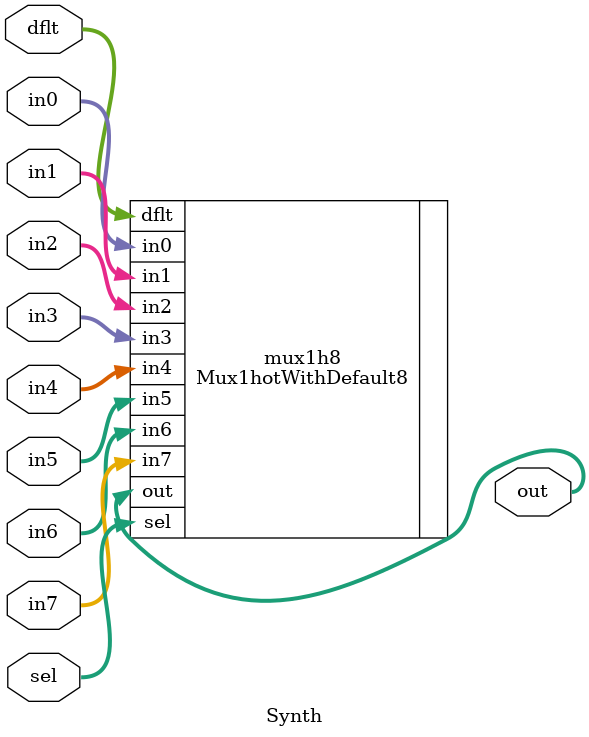
<source format=v>
/**@file
 * @brief     Top Synthesis module for Mux1hotWithDefault
 * @author    Igor Lesik
 * @copyright Igor Lesik 2015
 *
 */

module Synth #(parameter W=8)
(
  input [W-1:0] in0,
  input [W-1:0] in1,
  input [W-1:0] in2,
  input [W-1:0] in3,
  input [W-1:0] in4,
  input [W-1:0] in5,
  input [W-1:0] in6,
  input [W-1:0] in7,
  input [W-1:0] dflt,

  input [8-1:0] sel,
  output [W-1:0] out
);

  Mux1hotWithDefault8 #(.WIDTH(W)) mux1h8(
      .in0(in0), .in1(in1), .in2(in2), .in3(in3),
      .in4(in4), .in5(in5), .in6(in6), .in7(in7),
      .dflt(dflt), .sel(sel), .out(out));

endmodule: Synth

</source>
